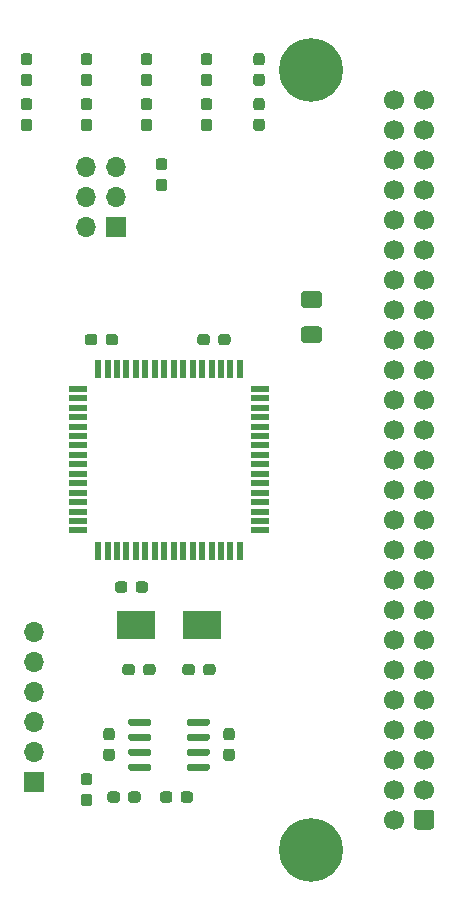
<source format=gts>
%TF.GenerationSoftware,KiCad,Pcbnew,5.1.8-db9833491~88~ubuntu18.04.1*%
%TF.CreationDate,2020-12-07T14:30:44+00:00*%
%TF.ProjectId,z80_monitor,7a38305f-6d6f-46e6-9974-6f722e6b6963,1*%
%TF.SameCoordinates,Original*%
%TF.FileFunction,Soldermask,Top*%
%TF.FilePolarity,Negative*%
%FSLAX46Y46*%
G04 Gerber Fmt 4.6, Leading zero omitted, Abs format (unit mm)*
G04 Created by KiCad (PCBNEW 5.1.8-db9833491~88~ubuntu18.04.1) date 2020-12-07 14:30:44*
%MOMM*%
%LPD*%
G01*
G04 APERTURE LIST*
%ADD10C,0.800000*%
%ADD11C,5.400000*%
%ADD12R,1.500000X0.550000*%
%ADD13R,0.550000X1.500000*%
%ADD14C,1.700000*%
%ADD15O,1.700000X1.700000*%
%ADD16R,1.700000X1.700000*%
%ADD17R,3.325000X2.400000*%
G04 APERTURE END LIST*
D10*
%TO.C,H2*%
X131606891Y-120488109D03*
X130175000Y-119895000D03*
X128743109Y-120488109D03*
X128150000Y-121920000D03*
X128743109Y-123351891D03*
X130175000Y-123945000D03*
X131606891Y-123351891D03*
X132200000Y-121920000D03*
D11*
X130175000Y-121920000D03*
%TD*%
D10*
%TO.C,H1*%
X131606891Y-54448109D03*
X130175000Y-53855000D03*
X128743109Y-54448109D03*
X128150000Y-55880000D03*
X128743109Y-57311891D03*
X130175000Y-57905000D03*
X131606891Y-57311891D03*
X132200000Y-55880000D03*
D11*
X130175000Y-55880000D03*
%TD*%
%TO.C,C2*%
G36*
G01*
X119095000Y-117712500D02*
X119095000Y-117237500D01*
G75*
G02*
X119332500Y-117000000I237500J0D01*
G01*
X119907500Y-117000000D01*
G75*
G02*
X120145000Y-117237500I0J-237500D01*
G01*
X120145000Y-117712500D01*
G75*
G02*
X119907500Y-117950000I-237500J0D01*
G01*
X119332500Y-117950000D01*
G75*
G02*
X119095000Y-117712500I0J237500D01*
G01*
G37*
G36*
G01*
X117345000Y-117712500D02*
X117345000Y-117237500D01*
G75*
G02*
X117582500Y-117000000I237500J0D01*
G01*
X118157500Y-117000000D01*
G75*
G02*
X118395000Y-117237500I0J-237500D01*
G01*
X118395000Y-117712500D01*
G75*
G02*
X118157500Y-117950000I-237500J0D01*
G01*
X117582500Y-117950000D01*
G75*
G02*
X117345000Y-117712500I0J237500D01*
G01*
G37*
%TD*%
%TO.C,D5*%
G36*
G01*
X121047500Y-56230000D02*
X121522500Y-56230000D01*
G75*
G02*
X121760000Y-56467500I0J-237500D01*
G01*
X121760000Y-57042500D01*
G75*
G02*
X121522500Y-57280000I-237500J0D01*
G01*
X121047500Y-57280000D01*
G75*
G02*
X120810000Y-57042500I0J237500D01*
G01*
X120810000Y-56467500D01*
G75*
G02*
X121047500Y-56230000I237500J0D01*
G01*
G37*
G36*
G01*
X121047500Y-54480000D02*
X121522500Y-54480000D01*
G75*
G02*
X121760000Y-54717500I0J-237500D01*
G01*
X121760000Y-55292500D01*
G75*
G02*
X121522500Y-55530000I-237500J0D01*
G01*
X121047500Y-55530000D01*
G75*
G02*
X120810000Y-55292500I0J237500D01*
G01*
X120810000Y-54717500D01*
G75*
G02*
X121047500Y-54480000I237500J0D01*
G01*
G37*
%TD*%
D12*
%TO.C,U2*%
X110410000Y-82900000D03*
X110410000Y-83700000D03*
X110410000Y-84500000D03*
X110410000Y-85300000D03*
X110410000Y-86100000D03*
X110410000Y-86900000D03*
X110410000Y-87700000D03*
X110410000Y-88500000D03*
X110410000Y-89300000D03*
X110410000Y-90100000D03*
X110410000Y-90900000D03*
X110410000Y-91700000D03*
X110410000Y-92500000D03*
X110410000Y-93300000D03*
X110410000Y-94100000D03*
X110410000Y-94900000D03*
D13*
X112110000Y-96600000D03*
X112910000Y-96600000D03*
X113710000Y-96600000D03*
X114510000Y-96600000D03*
X115310000Y-96600000D03*
X116110000Y-96600000D03*
X116910000Y-96600000D03*
X117710000Y-96600000D03*
X118510000Y-96600000D03*
X119310000Y-96600000D03*
X120110000Y-96600000D03*
X120910000Y-96600000D03*
X121710000Y-96600000D03*
X122510000Y-96600000D03*
X123310000Y-96600000D03*
X124110000Y-96600000D03*
D12*
X125810000Y-94900000D03*
X125810000Y-94100000D03*
X125810000Y-93300000D03*
X125810000Y-92500000D03*
X125810000Y-91700000D03*
X125810000Y-90900000D03*
X125810000Y-90100000D03*
X125810000Y-89300000D03*
X125810000Y-88500000D03*
X125810000Y-87700000D03*
X125810000Y-86900000D03*
X125810000Y-86100000D03*
X125810000Y-85300000D03*
X125810000Y-84500000D03*
X125810000Y-83700000D03*
X125810000Y-82900000D03*
D13*
X124110000Y-81200000D03*
X123310000Y-81200000D03*
X122510000Y-81200000D03*
X121710000Y-81200000D03*
X120910000Y-81200000D03*
X120110000Y-81200000D03*
X119310000Y-81200000D03*
X118510000Y-81200000D03*
X117710000Y-81200000D03*
X116910000Y-81200000D03*
X116110000Y-81200000D03*
X115310000Y-81200000D03*
X114510000Y-81200000D03*
X113710000Y-81200000D03*
X112910000Y-81200000D03*
X112110000Y-81200000D03*
%TD*%
%TO.C,C5*%
G36*
G01*
X123427500Y-112680000D02*
X122952500Y-112680000D01*
G75*
G02*
X122715000Y-112442500I0J237500D01*
G01*
X122715000Y-111867500D01*
G75*
G02*
X122952500Y-111630000I237500J0D01*
G01*
X123427500Y-111630000D01*
G75*
G02*
X123665000Y-111867500I0J-237500D01*
G01*
X123665000Y-112442500D01*
G75*
G02*
X123427500Y-112680000I-237500J0D01*
G01*
G37*
G36*
G01*
X123427500Y-114430000D02*
X122952500Y-114430000D01*
G75*
G02*
X122715000Y-114192500I0J237500D01*
G01*
X122715000Y-113617500D01*
G75*
G02*
X122952500Y-113380000I237500J0D01*
G01*
X123427500Y-113380000D01*
G75*
G02*
X123665000Y-113617500I0J-237500D01*
G01*
X123665000Y-114192500D01*
G75*
G02*
X123427500Y-114430000I-237500J0D01*
G01*
G37*
%TD*%
%TO.C,C8*%
G36*
G01*
X115285000Y-99932500D02*
X115285000Y-99457500D01*
G75*
G02*
X115522500Y-99220000I237500J0D01*
G01*
X116097500Y-99220000D01*
G75*
G02*
X116335000Y-99457500I0J-237500D01*
G01*
X116335000Y-99932500D01*
G75*
G02*
X116097500Y-100170000I-237500J0D01*
G01*
X115522500Y-100170000D01*
G75*
G02*
X115285000Y-99932500I0J237500D01*
G01*
G37*
G36*
G01*
X113535000Y-99932500D02*
X113535000Y-99457500D01*
G75*
G02*
X113772500Y-99220000I237500J0D01*
G01*
X114347500Y-99220000D01*
G75*
G02*
X114585000Y-99457500I0J-237500D01*
G01*
X114585000Y-99932500D01*
G75*
G02*
X114347500Y-100170000I-237500J0D01*
G01*
X113772500Y-100170000D01*
G75*
G02*
X113535000Y-99932500I0J237500D01*
G01*
G37*
%TD*%
%TO.C,C1*%
G36*
G01*
X113267500Y-112680000D02*
X112792500Y-112680000D01*
G75*
G02*
X112555000Y-112442500I0J237500D01*
G01*
X112555000Y-111867500D01*
G75*
G02*
X112792500Y-111630000I237500J0D01*
G01*
X113267500Y-111630000D01*
G75*
G02*
X113505000Y-111867500I0J-237500D01*
G01*
X113505000Y-112442500D01*
G75*
G02*
X113267500Y-112680000I-237500J0D01*
G01*
G37*
G36*
G01*
X113267500Y-114430000D02*
X112792500Y-114430000D01*
G75*
G02*
X112555000Y-114192500I0J237500D01*
G01*
X112555000Y-113617500D01*
G75*
G02*
X112792500Y-113380000I237500J0D01*
G01*
X113267500Y-113380000D01*
G75*
G02*
X113505000Y-113617500I0J-237500D01*
G01*
X113505000Y-114192500D01*
G75*
G02*
X113267500Y-114430000I-237500J0D01*
G01*
G37*
%TD*%
D14*
%TO.C,J3*%
X137160000Y-58420000D03*
X137160000Y-60960000D03*
X137160000Y-63500000D03*
X137160000Y-66040000D03*
X137160000Y-68580000D03*
X137160000Y-71120000D03*
X137160000Y-73660000D03*
X137160000Y-76200000D03*
X137160000Y-78740000D03*
X137160000Y-81280000D03*
X137160000Y-83820000D03*
X137160000Y-86360000D03*
X137160000Y-88900000D03*
X137160000Y-91440000D03*
X137160000Y-93980000D03*
X137160000Y-96520000D03*
X137160000Y-99060000D03*
X137160000Y-101600000D03*
X137160000Y-104140000D03*
X137160000Y-106680000D03*
X137160000Y-109220000D03*
X137160000Y-111760000D03*
X137160000Y-114300000D03*
X137160000Y-116840000D03*
X137160000Y-119380000D03*
X139700000Y-58420000D03*
X139700000Y-60960000D03*
X139700000Y-63500000D03*
X139700000Y-66040000D03*
X139700000Y-68580000D03*
X139700000Y-71120000D03*
X139700000Y-73660000D03*
X139700000Y-76200000D03*
X139700000Y-78740000D03*
X139700000Y-81280000D03*
X139700000Y-83820000D03*
X139700000Y-86360000D03*
X139700000Y-88900000D03*
X139700000Y-91440000D03*
X139700000Y-93980000D03*
X139700000Y-96520000D03*
X139700000Y-99060000D03*
X139700000Y-101600000D03*
X139700000Y-104140000D03*
X139700000Y-106680000D03*
X139700000Y-109220000D03*
X139700000Y-111760000D03*
X139700000Y-114300000D03*
X139700000Y-116840000D03*
G36*
G01*
X140550000Y-118780000D02*
X140550000Y-119980000D01*
G75*
G02*
X140300000Y-120230000I-250000J0D01*
G01*
X139100000Y-120230000D01*
G75*
G02*
X138850000Y-119980000I0J250000D01*
G01*
X138850000Y-118780000D01*
G75*
G02*
X139100000Y-118530000I250000J0D01*
G01*
X140300000Y-118530000D01*
G75*
G02*
X140550000Y-118780000I0J-250000D01*
G01*
G37*
%TD*%
%TO.C,R2*%
G36*
G01*
X117712500Y-64420000D02*
X117237500Y-64420000D01*
G75*
G02*
X117000000Y-64182500I0J237500D01*
G01*
X117000000Y-63607500D01*
G75*
G02*
X117237500Y-63370000I237500J0D01*
G01*
X117712500Y-63370000D01*
G75*
G02*
X117950000Y-63607500I0J-237500D01*
G01*
X117950000Y-64182500D01*
G75*
G02*
X117712500Y-64420000I-237500J0D01*
G01*
G37*
G36*
G01*
X117712500Y-66170000D02*
X117237500Y-66170000D01*
G75*
G02*
X117000000Y-65932500I0J237500D01*
G01*
X117000000Y-65357500D01*
G75*
G02*
X117237500Y-65120000I237500J0D01*
G01*
X117712500Y-65120000D01*
G75*
G02*
X117950000Y-65357500I0J-237500D01*
G01*
X117950000Y-65932500D01*
G75*
G02*
X117712500Y-66170000I-237500J0D01*
G01*
G37*
%TD*%
D15*
%TO.C,J2*%
X111125000Y-64135000D03*
X113665000Y-64135000D03*
X111125000Y-66675000D03*
X113665000Y-66675000D03*
X111125000Y-69215000D03*
D16*
X113665000Y-69215000D03*
%TD*%
%TO.C,C9*%
G36*
G01*
X130800000Y-76060000D02*
X129550000Y-76060000D01*
G75*
G02*
X129300000Y-75810000I0J250000D01*
G01*
X129300000Y-74885000D01*
G75*
G02*
X129550000Y-74635000I250000J0D01*
G01*
X130800000Y-74635000D01*
G75*
G02*
X131050000Y-74885000I0J-250000D01*
G01*
X131050000Y-75810000D01*
G75*
G02*
X130800000Y-76060000I-250000J0D01*
G01*
G37*
G36*
G01*
X130800000Y-79035000D02*
X129550000Y-79035000D01*
G75*
G02*
X129300000Y-78785000I0J250000D01*
G01*
X129300000Y-77860000D01*
G75*
G02*
X129550000Y-77610000I250000J0D01*
G01*
X130800000Y-77610000D01*
G75*
G02*
X131050000Y-77860000I0J-250000D01*
G01*
X131050000Y-78785000D01*
G75*
G02*
X130800000Y-79035000I-250000J0D01*
G01*
G37*
%TD*%
%TO.C,C7*%
G36*
G01*
X112745000Y-78977500D02*
X112745000Y-78502500D01*
G75*
G02*
X112982500Y-78265000I237500J0D01*
G01*
X113557500Y-78265000D01*
G75*
G02*
X113795000Y-78502500I0J-237500D01*
G01*
X113795000Y-78977500D01*
G75*
G02*
X113557500Y-79215000I-237500J0D01*
G01*
X112982500Y-79215000D01*
G75*
G02*
X112745000Y-78977500I0J237500D01*
G01*
G37*
G36*
G01*
X110995000Y-78977500D02*
X110995000Y-78502500D01*
G75*
G02*
X111232500Y-78265000I237500J0D01*
G01*
X111807500Y-78265000D01*
G75*
G02*
X112045000Y-78502500I0J-237500D01*
G01*
X112045000Y-78977500D01*
G75*
G02*
X111807500Y-79215000I-237500J0D01*
G01*
X111232500Y-79215000D01*
G75*
G02*
X110995000Y-78977500I0J237500D01*
G01*
G37*
%TD*%
%TO.C,C6*%
G36*
G01*
X121570000Y-78502500D02*
X121570000Y-78977500D01*
G75*
G02*
X121332500Y-79215000I-237500J0D01*
G01*
X120757500Y-79215000D01*
G75*
G02*
X120520000Y-78977500I0J237500D01*
G01*
X120520000Y-78502500D01*
G75*
G02*
X120757500Y-78265000I237500J0D01*
G01*
X121332500Y-78265000D01*
G75*
G02*
X121570000Y-78502500I0J-237500D01*
G01*
G37*
G36*
G01*
X123320000Y-78502500D02*
X123320000Y-78977500D01*
G75*
G02*
X123082500Y-79215000I-237500J0D01*
G01*
X122507500Y-79215000D01*
G75*
G02*
X122270000Y-78977500I0J237500D01*
G01*
X122270000Y-78502500D01*
G75*
G02*
X122507500Y-78265000I237500J0D01*
G01*
X123082500Y-78265000D01*
G75*
G02*
X123320000Y-78502500I0J-237500D01*
G01*
G37*
%TD*%
%TO.C,C4*%
G36*
G01*
X115920000Y-106917500D02*
X115920000Y-106442500D01*
G75*
G02*
X116157500Y-106205000I237500J0D01*
G01*
X116732500Y-106205000D01*
G75*
G02*
X116970000Y-106442500I0J-237500D01*
G01*
X116970000Y-106917500D01*
G75*
G02*
X116732500Y-107155000I-237500J0D01*
G01*
X116157500Y-107155000D01*
G75*
G02*
X115920000Y-106917500I0J237500D01*
G01*
G37*
G36*
G01*
X114170000Y-106917500D02*
X114170000Y-106442500D01*
G75*
G02*
X114407500Y-106205000I237500J0D01*
G01*
X114982500Y-106205000D01*
G75*
G02*
X115220000Y-106442500I0J-237500D01*
G01*
X115220000Y-106917500D01*
G75*
G02*
X114982500Y-107155000I-237500J0D01*
G01*
X114407500Y-107155000D01*
G75*
G02*
X114170000Y-106917500I0J237500D01*
G01*
G37*
%TD*%
%TO.C,C3*%
G36*
G01*
X120300000Y-106442500D02*
X120300000Y-106917500D01*
G75*
G02*
X120062500Y-107155000I-237500J0D01*
G01*
X119487500Y-107155000D01*
G75*
G02*
X119250000Y-106917500I0J237500D01*
G01*
X119250000Y-106442500D01*
G75*
G02*
X119487500Y-106205000I237500J0D01*
G01*
X120062500Y-106205000D01*
G75*
G02*
X120300000Y-106442500I0J-237500D01*
G01*
G37*
G36*
G01*
X122050000Y-106442500D02*
X122050000Y-106917500D01*
G75*
G02*
X121812500Y-107155000I-237500J0D01*
G01*
X121237500Y-107155000D01*
G75*
G02*
X121000000Y-106917500I0J237500D01*
G01*
X121000000Y-106442500D01*
G75*
G02*
X121237500Y-106205000I237500J0D01*
G01*
X121812500Y-106205000D01*
G75*
G02*
X122050000Y-106442500I0J-237500D01*
G01*
G37*
%TD*%
%TO.C,R7*%
G36*
G01*
X125967500Y-59340000D02*
X125492500Y-59340000D01*
G75*
G02*
X125255000Y-59102500I0J237500D01*
G01*
X125255000Y-58527500D01*
G75*
G02*
X125492500Y-58290000I237500J0D01*
G01*
X125967500Y-58290000D01*
G75*
G02*
X126205000Y-58527500I0J-237500D01*
G01*
X126205000Y-59102500D01*
G75*
G02*
X125967500Y-59340000I-237500J0D01*
G01*
G37*
G36*
G01*
X125967500Y-61090000D02*
X125492500Y-61090000D01*
G75*
G02*
X125255000Y-60852500I0J237500D01*
G01*
X125255000Y-60277500D01*
G75*
G02*
X125492500Y-60040000I237500J0D01*
G01*
X125967500Y-60040000D01*
G75*
G02*
X126205000Y-60277500I0J-237500D01*
G01*
X126205000Y-60852500D01*
G75*
G02*
X125967500Y-61090000I-237500J0D01*
G01*
G37*
%TD*%
%TO.C,R6*%
G36*
G01*
X121522500Y-59340000D02*
X121047500Y-59340000D01*
G75*
G02*
X120810000Y-59102500I0J237500D01*
G01*
X120810000Y-58527500D01*
G75*
G02*
X121047500Y-58290000I237500J0D01*
G01*
X121522500Y-58290000D01*
G75*
G02*
X121760000Y-58527500I0J-237500D01*
G01*
X121760000Y-59102500D01*
G75*
G02*
X121522500Y-59340000I-237500J0D01*
G01*
G37*
G36*
G01*
X121522500Y-61090000D02*
X121047500Y-61090000D01*
G75*
G02*
X120810000Y-60852500I0J237500D01*
G01*
X120810000Y-60277500D01*
G75*
G02*
X121047500Y-60040000I237500J0D01*
G01*
X121522500Y-60040000D01*
G75*
G02*
X121760000Y-60277500I0J-237500D01*
G01*
X121760000Y-60852500D01*
G75*
G02*
X121522500Y-61090000I-237500J0D01*
G01*
G37*
%TD*%
%TO.C,R5*%
G36*
G01*
X116442500Y-59340000D02*
X115967500Y-59340000D01*
G75*
G02*
X115730000Y-59102500I0J237500D01*
G01*
X115730000Y-58527500D01*
G75*
G02*
X115967500Y-58290000I237500J0D01*
G01*
X116442500Y-58290000D01*
G75*
G02*
X116680000Y-58527500I0J-237500D01*
G01*
X116680000Y-59102500D01*
G75*
G02*
X116442500Y-59340000I-237500J0D01*
G01*
G37*
G36*
G01*
X116442500Y-61090000D02*
X115967500Y-61090000D01*
G75*
G02*
X115730000Y-60852500I0J237500D01*
G01*
X115730000Y-60277500D01*
G75*
G02*
X115967500Y-60040000I237500J0D01*
G01*
X116442500Y-60040000D01*
G75*
G02*
X116680000Y-60277500I0J-237500D01*
G01*
X116680000Y-60852500D01*
G75*
G02*
X116442500Y-61090000I-237500J0D01*
G01*
G37*
%TD*%
%TO.C,R4*%
G36*
G01*
X106282500Y-59340000D02*
X105807500Y-59340000D01*
G75*
G02*
X105570000Y-59102500I0J237500D01*
G01*
X105570000Y-58527500D01*
G75*
G02*
X105807500Y-58290000I237500J0D01*
G01*
X106282500Y-58290000D01*
G75*
G02*
X106520000Y-58527500I0J-237500D01*
G01*
X106520000Y-59102500D01*
G75*
G02*
X106282500Y-59340000I-237500J0D01*
G01*
G37*
G36*
G01*
X106282500Y-61090000D02*
X105807500Y-61090000D01*
G75*
G02*
X105570000Y-60852500I0J237500D01*
G01*
X105570000Y-60277500D01*
G75*
G02*
X105807500Y-60040000I237500J0D01*
G01*
X106282500Y-60040000D01*
G75*
G02*
X106520000Y-60277500I0J-237500D01*
G01*
X106520000Y-60852500D01*
G75*
G02*
X106282500Y-61090000I-237500J0D01*
G01*
G37*
%TD*%
%TO.C,R3*%
G36*
G01*
X110887500Y-60040000D02*
X111362500Y-60040000D01*
G75*
G02*
X111600000Y-60277500I0J-237500D01*
G01*
X111600000Y-60852500D01*
G75*
G02*
X111362500Y-61090000I-237500J0D01*
G01*
X110887500Y-61090000D01*
G75*
G02*
X110650000Y-60852500I0J237500D01*
G01*
X110650000Y-60277500D01*
G75*
G02*
X110887500Y-60040000I237500J0D01*
G01*
G37*
G36*
G01*
X110887500Y-58290000D02*
X111362500Y-58290000D01*
G75*
G02*
X111600000Y-58527500I0J-237500D01*
G01*
X111600000Y-59102500D01*
G75*
G02*
X111362500Y-59340000I-237500J0D01*
G01*
X110887500Y-59340000D01*
G75*
G02*
X110650000Y-59102500I0J237500D01*
G01*
X110650000Y-58527500D01*
G75*
G02*
X110887500Y-58290000I237500J0D01*
G01*
G37*
%TD*%
%TO.C,R1*%
G36*
G01*
X113950000Y-117237500D02*
X113950000Y-117712500D01*
G75*
G02*
X113712500Y-117950000I-237500J0D01*
G01*
X113137500Y-117950000D01*
G75*
G02*
X112900000Y-117712500I0J237500D01*
G01*
X112900000Y-117237500D01*
G75*
G02*
X113137500Y-117000000I237500J0D01*
G01*
X113712500Y-117000000D01*
G75*
G02*
X113950000Y-117237500I0J-237500D01*
G01*
G37*
G36*
G01*
X115700000Y-117237500D02*
X115700000Y-117712500D01*
G75*
G02*
X115462500Y-117950000I-237500J0D01*
G01*
X114887500Y-117950000D01*
G75*
G02*
X114650000Y-117712500I0J237500D01*
G01*
X114650000Y-117237500D01*
G75*
G02*
X114887500Y-117000000I237500J0D01*
G01*
X115462500Y-117000000D01*
G75*
G02*
X115700000Y-117237500I0J-237500D01*
G01*
G37*
%TD*%
D15*
%TO.C,J1*%
X106680000Y-103505000D03*
X106680000Y-106045000D03*
X106680000Y-108585000D03*
X106680000Y-111125000D03*
X106680000Y-113665000D03*
D16*
X106680000Y-116205000D03*
%TD*%
%TO.C,D6*%
G36*
G01*
X125492500Y-56230000D02*
X125967500Y-56230000D01*
G75*
G02*
X126205000Y-56467500I0J-237500D01*
G01*
X126205000Y-57042500D01*
G75*
G02*
X125967500Y-57280000I-237500J0D01*
G01*
X125492500Y-57280000D01*
G75*
G02*
X125255000Y-57042500I0J237500D01*
G01*
X125255000Y-56467500D01*
G75*
G02*
X125492500Y-56230000I237500J0D01*
G01*
G37*
G36*
G01*
X125492500Y-54480000D02*
X125967500Y-54480000D01*
G75*
G02*
X126205000Y-54717500I0J-237500D01*
G01*
X126205000Y-55292500D01*
G75*
G02*
X125967500Y-55530000I-237500J0D01*
G01*
X125492500Y-55530000D01*
G75*
G02*
X125255000Y-55292500I0J237500D01*
G01*
X125255000Y-54717500D01*
G75*
G02*
X125492500Y-54480000I237500J0D01*
G01*
G37*
%TD*%
%TO.C,D4*%
G36*
G01*
X115967500Y-56230000D02*
X116442500Y-56230000D01*
G75*
G02*
X116680000Y-56467500I0J-237500D01*
G01*
X116680000Y-57042500D01*
G75*
G02*
X116442500Y-57280000I-237500J0D01*
G01*
X115967500Y-57280000D01*
G75*
G02*
X115730000Y-57042500I0J237500D01*
G01*
X115730000Y-56467500D01*
G75*
G02*
X115967500Y-56230000I237500J0D01*
G01*
G37*
G36*
G01*
X115967500Y-54480000D02*
X116442500Y-54480000D01*
G75*
G02*
X116680000Y-54717500I0J-237500D01*
G01*
X116680000Y-55292500D01*
G75*
G02*
X116442500Y-55530000I-237500J0D01*
G01*
X115967500Y-55530000D01*
G75*
G02*
X115730000Y-55292500I0J237500D01*
G01*
X115730000Y-54717500D01*
G75*
G02*
X115967500Y-54480000I237500J0D01*
G01*
G37*
%TD*%
%TO.C,D3*%
G36*
G01*
X105807500Y-56230000D02*
X106282500Y-56230000D01*
G75*
G02*
X106520000Y-56467500I0J-237500D01*
G01*
X106520000Y-57042500D01*
G75*
G02*
X106282500Y-57280000I-237500J0D01*
G01*
X105807500Y-57280000D01*
G75*
G02*
X105570000Y-57042500I0J237500D01*
G01*
X105570000Y-56467500D01*
G75*
G02*
X105807500Y-56230000I237500J0D01*
G01*
G37*
G36*
G01*
X105807500Y-54480000D02*
X106282500Y-54480000D01*
G75*
G02*
X106520000Y-54717500I0J-237500D01*
G01*
X106520000Y-55292500D01*
G75*
G02*
X106282500Y-55530000I-237500J0D01*
G01*
X105807500Y-55530000D01*
G75*
G02*
X105570000Y-55292500I0J237500D01*
G01*
X105570000Y-54717500D01*
G75*
G02*
X105807500Y-54480000I237500J0D01*
G01*
G37*
%TD*%
%TO.C,D2*%
G36*
G01*
X110887500Y-56230000D02*
X111362500Y-56230000D01*
G75*
G02*
X111600000Y-56467500I0J-237500D01*
G01*
X111600000Y-57042500D01*
G75*
G02*
X111362500Y-57280000I-237500J0D01*
G01*
X110887500Y-57280000D01*
G75*
G02*
X110650000Y-57042500I0J237500D01*
G01*
X110650000Y-56467500D01*
G75*
G02*
X110887500Y-56230000I237500J0D01*
G01*
G37*
G36*
G01*
X110887500Y-54480000D02*
X111362500Y-54480000D01*
G75*
G02*
X111600000Y-54717500I0J-237500D01*
G01*
X111600000Y-55292500D01*
G75*
G02*
X111362500Y-55530000I-237500J0D01*
G01*
X110887500Y-55530000D01*
G75*
G02*
X110650000Y-55292500I0J237500D01*
G01*
X110650000Y-54717500D01*
G75*
G02*
X110887500Y-54480000I237500J0D01*
G01*
G37*
%TD*%
%TO.C,D1*%
G36*
G01*
X111362500Y-116490000D02*
X110887500Y-116490000D01*
G75*
G02*
X110650000Y-116252500I0J237500D01*
G01*
X110650000Y-115677500D01*
G75*
G02*
X110887500Y-115440000I237500J0D01*
G01*
X111362500Y-115440000D01*
G75*
G02*
X111600000Y-115677500I0J-237500D01*
G01*
X111600000Y-116252500D01*
G75*
G02*
X111362500Y-116490000I-237500J0D01*
G01*
G37*
G36*
G01*
X111362500Y-118240000D02*
X110887500Y-118240000D01*
G75*
G02*
X110650000Y-118002500I0J237500D01*
G01*
X110650000Y-117427500D01*
G75*
G02*
X110887500Y-117190000I237500J0D01*
G01*
X111362500Y-117190000D01*
G75*
G02*
X111600000Y-117427500I0J-237500D01*
G01*
X111600000Y-118002500D01*
G75*
G02*
X111362500Y-118240000I-237500J0D01*
G01*
G37*
%TD*%
D17*
%TO.C,Y1*%
X120872500Y-102870000D03*
X115347500Y-102870000D03*
%TD*%
%TO.C,U1*%
G36*
G01*
X119610000Y-111275000D02*
X119610000Y-110975000D01*
G75*
G02*
X119760000Y-110825000I150000J0D01*
G01*
X121410000Y-110825000D01*
G75*
G02*
X121560000Y-110975000I0J-150000D01*
G01*
X121560000Y-111275000D01*
G75*
G02*
X121410000Y-111425000I-150000J0D01*
G01*
X119760000Y-111425000D01*
G75*
G02*
X119610000Y-111275000I0J150000D01*
G01*
G37*
G36*
G01*
X119610000Y-112545000D02*
X119610000Y-112245000D01*
G75*
G02*
X119760000Y-112095000I150000J0D01*
G01*
X121410000Y-112095000D01*
G75*
G02*
X121560000Y-112245000I0J-150000D01*
G01*
X121560000Y-112545000D01*
G75*
G02*
X121410000Y-112695000I-150000J0D01*
G01*
X119760000Y-112695000D01*
G75*
G02*
X119610000Y-112545000I0J150000D01*
G01*
G37*
G36*
G01*
X119610000Y-113815000D02*
X119610000Y-113515000D01*
G75*
G02*
X119760000Y-113365000I150000J0D01*
G01*
X121410000Y-113365000D01*
G75*
G02*
X121560000Y-113515000I0J-150000D01*
G01*
X121560000Y-113815000D01*
G75*
G02*
X121410000Y-113965000I-150000J0D01*
G01*
X119760000Y-113965000D01*
G75*
G02*
X119610000Y-113815000I0J150000D01*
G01*
G37*
G36*
G01*
X119610000Y-115085000D02*
X119610000Y-114785000D01*
G75*
G02*
X119760000Y-114635000I150000J0D01*
G01*
X121410000Y-114635000D01*
G75*
G02*
X121560000Y-114785000I0J-150000D01*
G01*
X121560000Y-115085000D01*
G75*
G02*
X121410000Y-115235000I-150000J0D01*
G01*
X119760000Y-115235000D01*
G75*
G02*
X119610000Y-115085000I0J150000D01*
G01*
G37*
G36*
G01*
X114660000Y-115085000D02*
X114660000Y-114785000D01*
G75*
G02*
X114810000Y-114635000I150000J0D01*
G01*
X116460000Y-114635000D01*
G75*
G02*
X116610000Y-114785000I0J-150000D01*
G01*
X116610000Y-115085000D01*
G75*
G02*
X116460000Y-115235000I-150000J0D01*
G01*
X114810000Y-115235000D01*
G75*
G02*
X114660000Y-115085000I0J150000D01*
G01*
G37*
G36*
G01*
X114660000Y-113815000D02*
X114660000Y-113515000D01*
G75*
G02*
X114810000Y-113365000I150000J0D01*
G01*
X116460000Y-113365000D01*
G75*
G02*
X116610000Y-113515000I0J-150000D01*
G01*
X116610000Y-113815000D01*
G75*
G02*
X116460000Y-113965000I-150000J0D01*
G01*
X114810000Y-113965000D01*
G75*
G02*
X114660000Y-113815000I0J150000D01*
G01*
G37*
G36*
G01*
X114660000Y-112545000D02*
X114660000Y-112245000D01*
G75*
G02*
X114810000Y-112095000I150000J0D01*
G01*
X116460000Y-112095000D01*
G75*
G02*
X116610000Y-112245000I0J-150000D01*
G01*
X116610000Y-112545000D01*
G75*
G02*
X116460000Y-112695000I-150000J0D01*
G01*
X114810000Y-112695000D01*
G75*
G02*
X114660000Y-112545000I0J150000D01*
G01*
G37*
G36*
G01*
X114660000Y-111275000D02*
X114660000Y-110975000D01*
G75*
G02*
X114810000Y-110825000I150000J0D01*
G01*
X116460000Y-110825000D01*
G75*
G02*
X116610000Y-110975000I0J-150000D01*
G01*
X116610000Y-111275000D01*
G75*
G02*
X116460000Y-111425000I-150000J0D01*
G01*
X114810000Y-111425000D01*
G75*
G02*
X114660000Y-111275000I0J150000D01*
G01*
G37*
%TD*%
M02*

</source>
